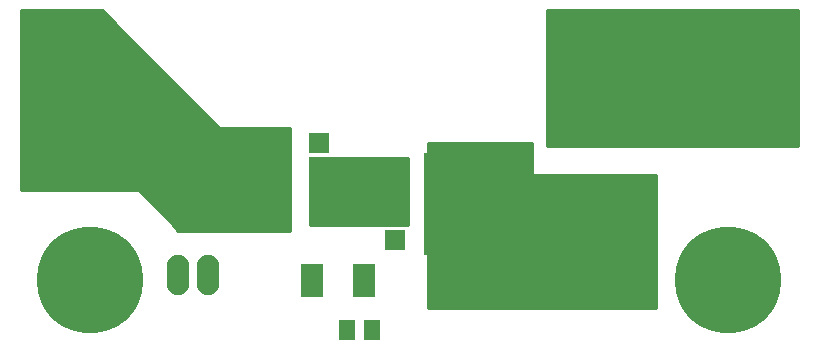
<source format=gbs>
G04 #@! TF.FileFunction,Soldermask,Bot*
%FSLAX46Y46*%
G04 Gerber Fmt 4.6, Leading zero omitted, Abs format (unit mm)*
G04 Created by KiCad (PCBNEW 4.0.7-e0-6372~58~ubuntu16.10.1) date Tue Oct  3 15:20:14 2017*
%MOMM*%
%LPD*%
G01*
G04 APERTURE LIST*
%ADD10C,0.100000*%
%ADD11R,1.850000X0.850000*%
%ADD12R,1.680000X1.670000*%
%ADD13R,1.400000X8.400000*%
%ADD14R,1.400000X8.650000*%
%ADD15R,4.500000X7.300000*%
%ADD16C,9.000000*%
%ADD17C,1.100000*%
%ADD18C,2.000000*%
%ADD19O,1.910000X3.410000*%
%ADD20R,1.400000X1.700000*%
%ADD21C,0.254000*%
G04 APERTURE END LIST*
D10*
D11*
X29200000Y-22025000D03*
X29200000Y-22675000D03*
X29200000Y-23325000D03*
X29200000Y-23975000D03*
X24800000Y-23975000D03*
X24800000Y-23325000D03*
X24800000Y-22675000D03*
X24800000Y-22025000D03*
D12*
X25370000Y-11355000D03*
X25370000Y-13385000D03*
X25370000Y-15415000D03*
X25370000Y-17445000D03*
D13*
X17500000Y-14400000D03*
D14*
X22290000Y-14400000D03*
D15*
X20000000Y-14400000D03*
D12*
X31830000Y-19645000D03*
X31830000Y-17615000D03*
X31830000Y-15585000D03*
X31830000Y-13555000D03*
D13*
X39700000Y-16600000D03*
D14*
X34910000Y-16600000D03*
D15*
X37200000Y-16600000D03*
D16*
X60000000Y-6000000D03*
D17*
X63225000Y-6000000D03*
X62280419Y-8280419D03*
X60000000Y-9225000D03*
X57719581Y-8280419D03*
X56775000Y-6000000D03*
X57719581Y-3719581D03*
X60000000Y-2775000D03*
X62280419Y-3719581D03*
D16*
X6000000Y-6000000D03*
D17*
X9225000Y-6000000D03*
X8280419Y-8280419D03*
X6000000Y-9225000D03*
X3719581Y-8280419D03*
X2775000Y-6000000D03*
X3719581Y-3719581D03*
X6000000Y-2775000D03*
X8280419Y-3719581D03*
D16*
X60000000Y-23000000D03*
D17*
X63225000Y-23000000D03*
X62280419Y-25280419D03*
X60000000Y-26225000D03*
X57719581Y-25280419D03*
X56775000Y-23000000D03*
X57719581Y-20719581D03*
X60000000Y-19775000D03*
X62280419Y-20719581D03*
D16*
X6000000Y-23000000D03*
D17*
X9225000Y-23000000D03*
X8280419Y-25280419D03*
X6000000Y-26225000D03*
X3719581Y-25280419D03*
X2775000Y-23000000D03*
X3719581Y-20719581D03*
X6000000Y-19775000D03*
X8280419Y-20719581D03*
D18*
X47800000Y-21235000D03*
X51200000Y-21235000D03*
X47800000Y-7765000D03*
X51200000Y-7765000D03*
D19*
X16000000Y-22600000D03*
X13460000Y-22600000D03*
D20*
X27750000Y-27200000D03*
X29850000Y-27200000D03*
D21*
G36*
X32873000Y-18373000D02*
X24627000Y-18373000D01*
X24627000Y-12627000D01*
X32873000Y-12627000D01*
X32873000Y-18373000D01*
X32873000Y-18373000D01*
G37*
X32873000Y-18373000D02*
X24627000Y-18373000D01*
X24627000Y-12627000D01*
X32873000Y-12627000D01*
X32873000Y-18373000D01*
G36*
X16910197Y-10089803D02*
X16952211Y-10117666D01*
X17000000Y-10127000D01*
X22873000Y-10127000D01*
X22873000Y-18873000D01*
X13377000Y-18873000D01*
X13377000Y-18750000D01*
X13366994Y-18700590D01*
X13339803Y-18660197D01*
X10089803Y-15410197D01*
X10047789Y-15382334D01*
X10000000Y-15373000D01*
X127000Y-15373000D01*
X127000Y-127000D01*
X6947394Y-127000D01*
X16910197Y-10089803D01*
X16910197Y-10089803D01*
G37*
X16910197Y-10089803D02*
X16952211Y-10117666D01*
X17000000Y-10127000D01*
X22873000Y-10127000D01*
X22873000Y-18873000D01*
X13377000Y-18873000D01*
X13377000Y-18750000D01*
X13366994Y-18700590D01*
X13339803Y-18660197D01*
X10089803Y-15410197D01*
X10047789Y-15382334D01*
X10000000Y-15373000D01*
X127000Y-15373000D01*
X127000Y-127000D01*
X6947394Y-127000D01*
X16910197Y-10089803D01*
G36*
X43373000Y-14000000D02*
X43383006Y-14049410D01*
X43411447Y-14091035D01*
X43453841Y-14118315D01*
X43500000Y-14127000D01*
X53873000Y-14127000D01*
X53873000Y-25373000D01*
X34627000Y-25373000D01*
X34627000Y-11377000D01*
X43373000Y-11377000D01*
X43373000Y-14000000D01*
X43373000Y-14000000D01*
G37*
X43373000Y-14000000D02*
X43383006Y-14049410D01*
X43411447Y-14091035D01*
X43453841Y-14118315D01*
X43500000Y-14127000D01*
X53873000Y-14127000D01*
X53873000Y-25373000D01*
X34627000Y-25373000D01*
X34627000Y-11377000D01*
X43373000Y-11377000D01*
X43373000Y-14000000D01*
G36*
X65873000Y-11623000D02*
X44627000Y-11623000D01*
X44627000Y-127000D01*
X65873000Y-127000D01*
X65873000Y-11623000D01*
X65873000Y-11623000D01*
G37*
X65873000Y-11623000D02*
X44627000Y-11623000D01*
X44627000Y-127000D01*
X65873000Y-127000D01*
X65873000Y-11623000D01*
M02*

</source>
